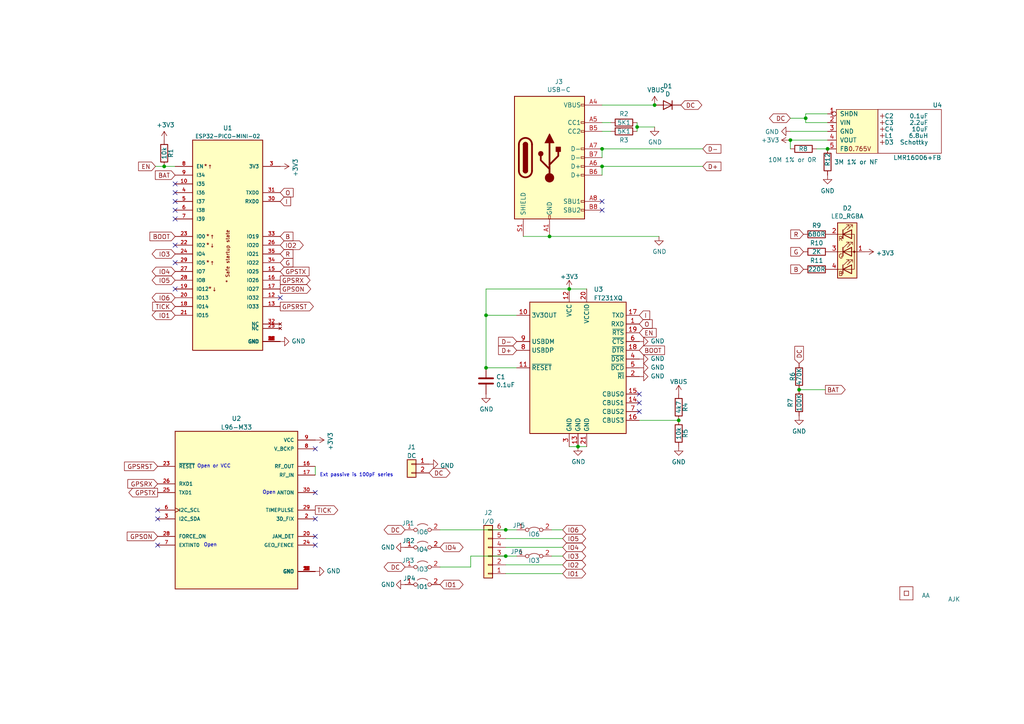
<source format=kicad_sch>
(kicad_sch (version 20211123) (generator eeschema)
  (paper "A4")
  (title_block (title "GPS / Glider control board") (date "${DATE}") (rev "1") (company "Adrian Kennard Andrews & Arnold Ltd") (comment 1 "@TheRealRevK") (comment 2 "www.me.uk"))
  (lib_symbols
    (symbol "Connector:USB_C_Receptacle_USB2.0" (pin_names (offset 1.016))
      (property "Reference" "J" (at -10.16 19.05 0))
      (property "Value" "USB_C_Receptacle_USB2.0" (at 19.05 19.05 0))
      (symbol "USB_C_Receptacle_USB2.0_0_0"
        (rectangle (start -0.254 -17.78) (end 0.254 -16.764))
        (rectangle (start 10.16 -14.986) (end 9.144 -15.494))
        (rectangle (start 10.16 -12.446) (end 9.144 -12.954))
        (rectangle (start 10.16 -4.826) (end 9.144 -5.334))
        (rectangle (start 10.16 -2.286) (end 9.144 -2.794))
        (rectangle (start 10.16 0.254) (end 9.144 -0.254))
        (rectangle (start 10.16 2.794) (end 9.144 2.286))
        (rectangle (start 10.16 7.874) (end 9.144 7.366))
        (rectangle (start 10.16 10.414) (end 9.144 9.906))
        (rectangle (start 10.16 15.494) (end 9.144 14.986))
      )
      (symbol "USB_C_Receptacle_USB2.0_0_1"
        (rectangle (start -10.16 17.78) (end 10.16 -17.78) (stroke (width 0.254)) (fill (type background)))
        (arc (start -8.89 -3.81) (mid -6.985 -5.715) (end -5.08 -3.81) (stroke (width 0.508)))
        (arc (start -7.62 -3.81) (mid -6.985 -4.445) (end -6.35 -3.81) (stroke (width 0.254)))
        (arc (start -7.62 -3.81) (mid -6.985 -4.445) (end -6.35 -3.81) (stroke (width 0.254)) (fill (type outline)))
        (rectangle (start -7.62 -3.81) (end -6.35 3.81) (stroke (width 0.254)) (fill (type outline)))
        (arc (start -6.35 3.81) (mid -6.985 4.445) (end -7.62 3.81) (stroke (width 0.254)))
        (arc (start -6.35 3.81) (mid -6.985 4.445) (end -7.62 3.81) (stroke (width 0.254)) (fill (type outline)))
        (arc (start -5.08 3.81) (mid -6.985 5.715) (end -8.89 3.81) (stroke (width 0.508)))
        (circle (center -2.54 1.143) (radius 0.635) (stroke (width 0.254)) (fill (type outline)))
        (circle (center 0 -5.842) (radius 1.27) (fill (type outline)))
        (polyline (pts (xy -8.89 -3.81) (xy -8.89 3.81)) (stroke (width 0.508)))
        (polyline (pts (xy -5.08 3.81) (xy -5.08 -3.81)) (stroke (width 0.508)))
        (polyline (pts (xy 0 -5.842) (xy 0 4.318)) (stroke (width 0.508)))
        (polyline (pts (xy 0 -3.302) (xy -2.54 -0.762) (xy -2.54 0.508)) (stroke (width 0.508)))
        (polyline (pts (xy 0 -2.032) (xy 2.54 0.508) (xy 2.54 1.778)) (stroke (width 0.508)))
        (polyline (pts (xy -1.27 4.318) (xy 0 6.858) (xy 1.27 4.318) (xy -1.27 4.318)) (stroke (width 0.254)) (fill (type outline)))
        (rectangle (start 1.905 1.778) (end 3.175 3.048) (stroke (width 0.254)) (fill (type outline)))
      )
      (symbol "USB_C_Receptacle_USB2.0_1_1"
        (pin passive line (at 0 -22.86 90) (length 5.08) (name "GND") (number "A1"))
        (pin passive line (at 0 -22.86 90) (length 5.08) hide (name "GND") (number "A12"))
        (pin passive line (at 15.24 15.24 180) (length 5.08) (name "VBUS") (number "A4"))
        (pin bidirectional line (at 15.24 10.16 180) (length 5.08) (name "CC1") (number "A5"))
        (pin bidirectional line (at 15.24 -2.54 180) (length 5.08) (name "D+") (number "A6"))
        (pin bidirectional line (at 15.24 2.54 180) (length 5.08) (name "D-") (number "A7"))
        (pin bidirectional line (at 15.24 -12.7 180) (length 5.08) (name "SBU1") (number "A8"))
        (pin passive line (at 15.24 15.24 180) (length 5.08) hide (name "VBUS") (number "A9"))
        (pin passive line (at 0 -22.86 90) (length 5.08) hide (name "GND") (number "B1"))
        (pin passive line (at 0 -22.86 90) (length 5.08) hide (name "GND") (number "B12"))
        (pin passive line (at 15.24 15.24 180) (length 5.08) hide (name "VBUS") (number "B4"))
        (pin bidirectional line (at 15.24 7.62 180) (length 5.08) (name "CC2") (number "B5"))
        (pin bidirectional line (at 15.24 -5.08 180) (length 5.08) (name "D+") (number "B6"))
        (pin bidirectional line (at 15.24 0 180) (length 5.08) (name "D-") (number "B7"))
        (pin bidirectional line (at 15.24 -15.24 180) (length 5.08) (name "SBU2") (number "B8"))
        (pin passive line (at 15.24 15.24 180) (length 5.08) hide (name "VBUS") (number "B9"))
        (pin passive line (at -7.62 -22.86 90) (length 5.08) (name "SHIELD") (number "S1"))
      )
    )
    (symbol "Connector_Generic:Conn_01x02" (pin_names (offset 1.016) hide)
      (property "Reference" "J" (at 0 2.54 0))
      (property "Value" "Conn_01x02" (at 0 -5.08 0))
      (symbol "Conn_01x02_1_1"
        (rectangle (start -1.27 -2.413) (end 0 -2.667) (stroke (width 0.1524)))
        (rectangle (start -1.27 0.127) (end 0 -0.127) (stroke (width 0.1524)))
        (rectangle (start -1.27 1.27) (end 1.27 -3.81) (stroke (width 0.254)) (fill (type background)))
        (pin passive line (at -5.08 0 0) (length 3.81) (name "Pin_1") (number "1"))
        (pin passive line (at -5.08 -2.54 0) (length 3.81) (name "Pin_2") (number "2"))
      )
    )
    (symbol "Connector_Generic:Conn_01x06" (pin_names (offset 1.016) hide)
      (property "Reference" "J" (at 0 7.62 0))
      (property "Value" "Conn_01x06" (at 0 -10.16 0))
      (symbol "Conn_01x06_1_1"
        (rectangle (start -1.27 -7.493) (end 0 -7.747) (stroke (width 0.1524)))
        (rectangle (start -1.27 -4.953) (end 0 -5.207) (stroke (width 0.1524)))
        (rectangle (start -1.27 -2.413) (end 0 -2.667) (stroke (width 0.1524)))
        (rectangle (start -1.27 0.127) (end 0 -0.127) (stroke (width 0.1524)))
        (rectangle (start -1.27 2.667) (end 0 2.413) (stroke (width 0.1524)))
        (rectangle (start -1.27 5.207) (end 0 4.953) (stroke (width 0.1524)))
        (rectangle (start -1.27 6.35) (end 1.27 -8.89) (stroke (width 0.254)) (fill (type background)))
        (pin passive line (at -5.08 5.08 0) (length 3.81) (name "Pin_1") (number "1"))
        (pin passive line (at -5.08 2.54 0) (length 3.81) (name "Pin_2") (number "2"))
        (pin passive line (at -5.08 0 0) (length 3.81) (name "Pin_3") (number "3"))
        (pin passive line (at -5.08 -2.54 0) (length 3.81) (name "Pin_4") (number "4"))
        (pin passive line (at -5.08 -5.08 0) (length 3.81) (name "Pin_5") (number "5"))
        (pin passive line (at -5.08 -7.62 0) (length 3.81) (name "Pin_6") (number "6"))
      )
    )
    (symbol "Device:C" (pin_numbers hide) (pin_names (offset 0.254))
      (property "Reference" "C" (at 0.635 2.54 0))
      (property "Value" "C" (at 0.635 -2.54 0))
      (symbol "C_0_1"
        (polyline (pts (xy -2.032 -0.762) (xy 2.032 -0.762)) (stroke (width 0.508)))
        (polyline (pts (xy -2.032 0.762) (xy 2.032 0.762)) (stroke (width 0.508)))
      )
      (symbol "C_1_1"
        (pin passive line (at 0 3.81 270) (length 2.794) (name "~") (number "1"))
        (pin passive line (at 0 -3.81 90) (length 2.794) (name "~") (number "2"))
      )
    )
    (symbol "Device:D" (pin_numbers hide) (pin_names (offset 1.016) hide)
      (property "Reference" "D" (at 0 2.54 0))
      (property "Value" "D" (at 0 -2.54 0))
      (symbol "D_0_1"
        (polyline (pts (xy -1.27 1.27) (xy -1.27 -1.27)) (stroke (width 0.254)))
        (polyline (pts (xy 1.27 0) (xy -1.27 0)))
        (polyline (pts (xy 1.27 1.27) (xy 1.27 -1.27) (xy -1.27 0) (xy 1.27 1.27)) (stroke (width 0.254)))
      )
      (symbol "D_1_1"
        (pin passive line (at -3.81 0 0) (length 2.54) (name "K") (number "1"))
        (pin passive line (at 3.81 0 180) (length 2.54) (name "A") (number "2"))
      )
    )
    (symbol "Device:LED_ARGB" (pin_names (offset 0) hide)
      (property "Reference" "D" (at 0 9.398 0))
      (property "Value" "LED_ARGB" (at 0 -8.89 0))
      (symbol "LED_ARGB_0_0"
        (text "B" (at -1.905 -6.35 0) (effects (font (size 1.27 1.27))))
        (text "G" (at -1.905 -1.27 0) (effects (font (size 1.27 1.27))))
        (text "R" (at -1.905 3.81 0) (effects (font (size 1.27 1.27))))
      )
      (symbol "LED_ARGB_0_1"
        (polyline (pts (xy -1.27 -5.08) (xy -2.54 -5.08)))
        (polyline (pts (xy -1.27 -5.08) (xy 1.27 -5.08)))
        (polyline (pts (xy -1.27 -3.81) (xy -1.27 -6.35)) (stroke (width 0.254)))
        (polyline (pts (xy -1.27 0) (xy -2.54 0)))
        (polyline (pts (xy -1.27 1.27) (xy -1.27 -1.27)) (stroke (width 0.254)))
        (polyline (pts (xy -1.27 5.08) (xy -2.54 5.08)))
        (polyline (pts (xy -1.27 5.08) (xy 1.27 5.08)))
        (polyline (pts (xy -1.27 6.35) (xy -1.27 3.81)) (stroke (width 0.254)))
        (polyline (pts (xy 1.27 0) (xy -1.27 0)))
        (polyline (pts (xy 1.27 0) (xy 2.54 0)))
        (polyline (pts (xy -1.27 1.27) (xy -1.27 -1.27) (xy -1.27 -1.27)))
        (polyline (pts (xy -1.27 6.35) (xy -1.27 3.81) (xy -1.27 3.81)))
        (polyline (pts (xy 1.27 -5.08) (xy 2.032 -5.08) (xy 2.032 5.08) (xy 1.27 5.08)))
        (polyline (pts (xy 1.27 -3.81) (xy 1.27 -6.35) (xy -1.27 -5.08) (xy 1.27 -3.81)) (stroke (width 0.254)))
        (polyline (pts (xy 1.27 1.27) (xy 1.27 -1.27) (xy -1.27 0) (xy 1.27 1.27)) (stroke (width 0.254)))
        (polyline (pts (xy 1.27 6.35) (xy 1.27 3.81) (xy -1.27 5.08) (xy 1.27 6.35)) (stroke (width 0.254)))
        (polyline (pts (xy -1.016 -3.81) (xy 0.508 -2.286) (xy -0.254 -2.286) (xy 0.508 -2.286) (xy 0.508 -3.048)))
        (polyline (pts (xy -1.016 1.27) (xy 0.508 2.794) (xy -0.254 2.794) (xy 0.508 2.794) (xy 0.508 2.032)))
        (polyline (pts (xy -1.016 6.35) (xy 0.508 7.874) (xy -0.254 7.874) (xy 0.508 7.874) (xy 0.508 7.112)))
        (polyline (pts (xy 0 -3.81) (xy 1.524 -2.286) (xy 0.762 -2.286) (xy 1.524 -2.286) (xy 1.524 -3.048)))
        (polyline (pts (xy 0 1.27) (xy 1.524 2.794) (xy 0.762 2.794) (xy 1.524 2.794) (xy 1.524 2.032)))
        (polyline (pts (xy 0 6.35) (xy 1.524 7.874) (xy 0.762 7.874) (xy 1.524 7.874) (xy 1.524 7.112)))
        (rectangle (start 1.27 -1.27) (end 1.27 1.27))
        (rectangle (start 1.27 1.27) (end 1.27 1.27))
        (rectangle (start 1.27 3.81) (end 1.27 6.35))
        (rectangle (start 1.27 6.35) (end 1.27 6.35))
        (circle (center 2.032 0) (radius 0.254) (fill (type outline)))
        (rectangle (start 2.794 8.382) (end -2.794 -7.62) (stroke (width 0.254)) (fill (type background)))
      )
      (symbol "LED_ARGB_1_1"
        (pin passive line (at 5.08 0 180) (length 2.54) (name "A") (number "1"))
        (pin passive line (at -5.08 5.08 0) (length 2.54) (name "RK") (number "2"))
        (pin passive line (at -5.08 0 0) (length 2.54) (name "GK") (number "3"))
        (pin passive line (at -5.08 -5.08 0) (length 2.54) (name "BK") (number "4"))
      )
    )
    (symbol "Device:R" (pin_numbers hide) (pin_names (offset 0))
      (property "Reference" "R" (at 2.032 0 90))
      (property "Value" "R" (at 0 0 90))
      (symbol "R_0_1"
        (rectangle (start -1.016 -2.54) (end 1.016 2.54) (stroke (width 0.254)))
      )
      (symbol "R_1_1"
        (pin passive line (at 0 3.81 270) (length 1.27) (name "~") (number "1"))
        (pin passive line (at 0 -3.81 90) (length 1.27) (name "~") (number "2"))
      )
    )
    (symbol "Jumper:Jumper_2_Bridged" (pin_names (offset 0) hide)
      (property "Reference" "JP" (at 0 1.905 0))
      (property "Value" "Jumper_2_Bridged" (at 0 -2.54 0))
      (symbol "Jumper_2_Bridged_0_0"
        (circle (center -2.032 0) (radius 0.508))
        (circle (center 2.032 0) (radius 0.508))
      )
      (symbol "Jumper_2_Bridged_0_1"
        (arc (start 1.524 0.254) (mid 0 0.762) (end -1.524 0.254))
      )
      (symbol "Jumper_2_Bridged_1_1"
        (pin passive line (at -5.08 0 0) (length 2.54) (name "A") (number "1"))
        (pin passive line (at 5.08 0 180) (length 2.54) (name "B") (number "2"))
      )
    )
    (symbol "Jumper:Jumper_2_Open" (pin_names (offset 0) hide)
      (property "Reference" "JP" (at 0 2.794 0))
      (property "Value" "Jumper_2_Open" (at 0 -2.286 0))
      (symbol "Jumper_2_Open_0_0"
        (circle (center -2.032 0) (radius 0.508))
        (circle (center 2.032 0) (radius 0.508))
      )
      (symbol "Jumper_2_Open_0_1"
        (arc (start 1.524 1.27) (mid 0 1.778) (end -1.524 1.27))
      )
      (symbol "Jumper_2_Open_1_1"
        (pin passive line (at -5.08 0 0) (length 2.54) (name "A") (number "1"))
        (pin passive line (at 5.08 0 180) (length 2.54) (name "B") (number "2"))
      )
    )
    (symbol "RevK:AA" (pin_names (offset 1.016)) (in_bom no)
      (property "Value" "AA" (at 0 0 0))
    )
    (symbol "RevK:AJK" (pin_names (offset 1.016)) (in_bom no)
      (property "Value" "AJK" (at 0 0 0))
    )
    (symbol "RevK:ESP32-PICO-MINI-02" (pin_names (offset 1.016))
      (property "Reference" "U" (at -10.16 -33.02 0))
      (property "Value" "ESP32-PICO-MINI-02" (at 0 27.94 0))
      (symbol "ESP32-PICO-MINI-02_0_0"
        (rectangle (start -10.16 -30.48) (end 10.16 30.48) (stroke (width 0.254)) (fill (type background)))
        (text "* Safe startup state" (at 0 -3.175 900) (effects (font (size 1 1))))
        (text "*↑" (at -6.985 22.86 0) (effects (font (size 1.27 1.27)) (justify left)))
        (text "*↑" (at -6.35 -5.08 0) (effects (font (size 1.27 1.27)) (justify left)))
        (text "*↑" (at -6.35 2.54 0) (effects (font (size 1.27 1.27)) (justify left)))
        (text "*↓" (at -6.35 0 0) (effects (font (size 1.27 1.27)) (justify left)))
        (text "*↓" (at -5.715 -12.7 0) (effects (font (size 1.27 1.27)) (justify left)))
        (pin power_in line (at 15.24 -27.94 180) (length 5.08) (name "GND") (number "1"))
        (pin input line (at -15.24 17.78 0) (length 5.08) (name "I35") (number "10"))
        (pin power_in line (at 15.24 -27.94 180) (length 5.08) (name "GND") (number "11"))
        (pin bidirectional line (at 15.24 -15.24 180) (length 5.08) (name "IO32") (number "12"))
        (pin bidirectional line (at 15.24 -17.78 180) (length 5.08) (name "IO33") (number "13"))
        (pin power_in line (at 15.24 -27.94 180) (length 5.08) (name "GND") (number "14"))
        (pin bidirectional line (at 15.24 -7.62 180) (length 5.08) (name "IO25") (number "15"))
        (pin bidirectional line (at 15.24 -10.16 180) (length 5.08) (name "IO26") (number "16"))
        (pin bidirectional line (at 15.24 -12.7 180) (length 5.08) (name "IO27") (number "17"))
        (pin bidirectional line (at -15.24 -17.78 0) (length 5.08) (name "IO14") (number "18"))
        (pin bidirectional line (at -15.24 -12.7 0) (length 5.08) (name "IO12") (number "19"))
        (pin power_in line (at 15.24 -27.94 180) (length 5.08) (name "GND") (number "2"))
        (pin bidirectional line (at -15.24 -15.24 0) (length 5.08) (name "IO13") (number "20"))
        (pin bidirectional line (at -15.24 -20.32 0) (length 5.08) (name "IO15") (number "21"))
        (pin bidirectional line (at -15.24 0 0) (length 5.08) (name "IO2") (number "22"))
        (pin bidirectional line (at -15.24 2.54 0) (length 5.08) (name "IO0") (number "23"))
        (pin bidirectional line (at -15.24 -2.54 0) (length 5.08) (name "IO4") (number "24"))
        (pin no_connect line (at 15.24 -24.13 180) (length 5.08) (name "NC") (number "25"))
        (pin bidirectional line (at 15.24 0 180) (length 5.08) (name "IO20") (number "26"))
        (pin bidirectional line (at -15.24 -7.62 0) (length 5.08) (name "IO7") (number "27"))
        (pin bidirectional line (at -15.24 -10.16 0) (length 5.08) (name "IO8") (number "28"))
        (pin bidirectional line (at -15.24 -5.08 0) (length 5.08) (name "IO5") (number "29"))
        (pin power_in line (at 15.24 22.86 180) (length 5.08) (name "3V3") (number "3"))
        (pin bidirectional line (at 15.24 12.7 180) (length 5.08) (name "RXD0") (number "30"))
        (pin bidirectional line (at 15.24 15.24 180) (length 5.08) (name "TXD0") (number "31"))
        (pin no_connect line (at 15.24 -22.86 180) (length 5.08) (name "NC") (number "32"))
        (pin bidirectional line (at 15.24 2.54 180) (length 5.08) (name "IO19") (number "33"))
        (pin bidirectional line (at 15.24 -5.08 180) (length 5.08) (name "IO22") (number "34"))
        (pin bidirectional line (at 15.24 -2.54 180) (length 5.08) (name "IO21") (number "35"))
        (pin power_in line (at 15.24 -27.94 180) (length 5.08) (name "GND") (number "36"))
        (pin power_in line (at 15.24 -27.94 180) (length 5.08) (name "GND") (number "37"))
        (pin power_in line (at 15.24 -27.94 180) (length 5.08) (name "GND") (number "38"))
        (pin power_in line (at 15.24 -27.94 180) (length 5.08) (name "GND") (number "39"))
        (pin input line (at -15.24 15.24 0) (length 5.08) (name "I36") (number "4"))
        (pin power_in line (at 15.24 -27.94 180) (length 5.08) (name "GND") (number "40"))
        (pin power_in line (at 15.24 -27.94 180) (length 5.08) (name "GND") (number "41"))
        (pin power_in line (at 15.24 -27.94 180) (length 5.08) (name "GND") (number "42"))
        (pin power_in line (at 15.24 -27.94 180) (length 5.08) (name "GND") (number "43"))
        (pin power_in line (at 15.24 -27.94 180) (length 5.08) (name "GND") (number "44"))
        (pin power_in line (at 15.24 -27.94 180) (length 5.08) (name "GND") (number "45"))
        (pin power_in line (at 15.24 -27.94 180) (length 5.08) (name "GND") (number "46"))
        (pin power_in line (at 15.24 -27.94 180) (length 5.08) (name "GND") (number "47"))
        (pin power_in line (at 15.24 -27.94 180) (length 5.08) (name "GND") (number "48"))
        (pin power_in line (at 15.24 -27.94 180) (length 5.08) (name "GND") (number "49"))
        (pin input line (at -15.24 12.7 0) (length 5.08) (name "I37") (number "5"))
        (pin power_in line (at 15.24 -27.94 180) (length 5.08) (name "GND") (number "50"))
        (pin power_in line (at 15.24 -27.94 180) (length 5.08) (name "GND") (number "51"))
        (pin power_in line (at 15.24 -27.94 180) (length 5.08) (name "GND") (number "52"))
        (pin power_in line (at 15.24 -27.94 180) (length 5.08) (name "GND") (number "53"))
        (pin input line (at -15.24 10.16 0) (length 5.08) (name "I38") (number "6"))
        (pin input line (at -15.24 7.62 0) (length 5.08) (name "I39") (number "7"))
        (pin input line (at -15.24 22.86 0) (length 5.08) (name "EN") (number "8"))
        (pin input line (at -15.24 20.32 0) (length 5.08) (name "I34") (number "9"))
      )
    )
    (symbol "RevK:FT231XQ"
      (property "Reference" "U" (at -13.97 20.32 0))
      (property "Value" "FT231XQ" (at 6.35 20.32 0))
      (symbol "FT231XQ_0_1"
        (rectangle (start -13.97 19.05) (end 13.97 -19.05) (stroke (width 0.254)) (fill (type background)))
      )
      (symbol "FT231XQ_1_1"
        (pin input line (at 17.78 12.7 180) (length 3.81) (name "RXD") (number "1"))
        (pin power_out line (at -17.78 15.24 0) (length 3.81) (name "3V3OUT") (number "10"))
        (pin input line (at -17.78 0 0) (length 3.81) (name "~{RESET}") (number "11"))
        (pin power_in line (at -2.54 22.86 270) (length 3.81) (name "VCC") (number "12"))
        (pin power_in line (at 0 -22.86 90) (length 3.81) (name "GND") (number "13"))
        (pin bidirectional line (at 17.78 -10.16 180) (length 3.81) (name "CBUS1") (number "14"))
        (pin bidirectional line (at 17.78 -7.62 180) (length 3.81) (name "CBUS0") (number "15"))
        (pin bidirectional line (at 17.78 -15.24 180) (length 3.81) (name "CBUS3") (number "16"))
        (pin output line (at 17.78 15.24 180) (length 3.81) (name "TXD") (number "17"))
        (pin output line (at 17.78 5.08 180) (length 3.81) (name "~{DTR}") (number "18"))
        (pin output line (at 17.78 10.16 180) (length 3.81) (name "~{RTS}") (number "19"))
        (pin input line (at 17.78 -2.54 180) (length 3.81) (name "~{RI}") (number "2"))
        (pin power_in line (at 2.54 22.86 270) (length 3.81) (name "VCCIO") (number "20"))
        (pin power_in line (at 2.54 -22.86 90) (length 3.81) (name "GND") (number "21"))
        (pin power_in line (at -2.54 -22.86 90) (length 3.81) (name "GND") (number "3"))
        (pin input line (at 17.78 2.54 180) (length 3.81) (name "~{DSR}") (number "4"))
        (pin input line (at 17.78 0 180) (length 3.81) (name "~{DCD}") (number "5"))
        (pin input line (at 17.78 7.62 180) (length 3.81) (name "~{CTS}") (number "6"))
        (pin bidirectional line (at 17.78 -12.7 180) (length 3.81) (name "CBUS2") (number "7"))
        (pin bidirectional line (at -17.78 5.08 0) (length 3.81) (name "USBDP") (number "8"))
        (pin bidirectional line (at -17.78 7.62 0) (length 3.81) (name "USBDM") (number "9"))
      )
    )
    (symbol "RevK:Hidden" (pin_names (offset 1.016))
      (property "Reference" "Z" (at 0.635 0 0))
      (property "Value" "Hidden" (at 4.445 0 0))
      (symbol "Hidden_0_1"
        (polyline (pts (xy -0.635 0) (xy 0.635 0)) (stroke (width 0.1524)))
        (polyline (pts (xy 0 0.635) (xy 0 -0.635)) (stroke (width 0.1524)))
      )
      (symbol "Hidden_1_1"
        (pin no_connect non_logic (at 0 -2.54 90) (length 2.54) hide (name "~") (number "~"))
      )
    )
    (symbol "RevK:L96-M33" (pin_names (offset 1.016))
      (property "Reference" "U" (at -17.8054 23.3934 0))
      (property "Value" "L96-M33" (at -17.8054 -25.4254 0))
      (symbol "L96-M33_0_0"
        (rectangle (start -17.78 -22.86) (end 17.78 22.86) (stroke (width 0.254)) (fill (type background)))
        (pin power_in line (at 22.86 -17.78 180) (length 5.08) (name "GND") (number "10"))
        (pin power_in line (at 22.86 -17.78 180) (length 5.08) (name "GND") (number "11"))
        (pin power_in line (at 22.86 -17.78 180) (length 5.08) (name "GND") (number "12"))
        (pin power_in line (at 22.86 -17.78 180) (length 5.08) (name "GND") (number "13"))
        (pin power_in line (at 22.86 -17.78 180) (length 5.08) (name "GND") (number "14"))
        (pin power_in line (at 22.86 -17.78 180) (length 5.08) (name "GND") (number "15"))
        (pin output line (at 22.86 12.7 180) (length 5.08) (name "RF_OUT") (number "16"))
        (pin input line (at 22.86 10.16 180) (length 5.08) (name "RF_IN") (number "17"))
        (pin power_in line (at 22.86 -17.78 180) (length 5.08) (name "GND") (number "18"))
        (pin power_in line (at 22.86 -17.78 180) (length 5.08) (name "GND") (number "19"))
        (pin output line (at 22.86 -2.54 180) (length 5.08) (name "3D_FIX") (number "2"))
        (pin output line (at 22.86 -7.62 180) (length 5.08) (name "JAM_DET") (number "20"))
        (pin power_in line (at 22.86 -17.78 180) (length 5.08) (name "GND") (number "21"))
        (pin power_in line (at 22.86 -17.78 180) (length 5.08) (name "GND") (number "22"))
        (pin input line (at -22.86 12.7 0) (length 5.08) (name "~{RESET}") (number "23"))
        (pin output line (at 22.86 -10.16 180) (length 5.08) (name "GEO_FENCE") (number "24"))
        (pin output line (at -22.86 5.08 0) (length 5.08) (name "TXD1") (number "25"))
        (pin input line (at -22.86 7.62 0) (length 5.08) (name "RXD1") (number "26"))
        (pin power_in line (at 22.86 -17.78 180) (length 5.08) (name "GND") (number "27"))
        (pin input line (at -22.86 -7.62 0) (length 5.08) (name "FORCE_ON") (number "28"))
        (pin output line (at 22.86 0 180) (length 5.08) (name "TIMEPULSE") (number "29"))
        (pin bidirectional line (at -22.86 -2.54 0) (length 5.08) (name "I2C_SDA") (number "3"))
        (pin output line (at 22.86 5.08 180) (length 5.08) (name "ANTON") (number "30"))
        (pin power_in line (at 22.86 -17.78 180) (length 5.08) (name "GND") (number "31"))
        (pin power_in line (at 22.86 -17.78 180) (length 5.08) (name "GND") (number "4"))
        (pin power_in line (at 22.86 -17.78 180) (length 5.08) (name "GND") (number "5"))
        (pin bidirectional clock (at -22.86 0 0) (length 5.08) (name "I2C_SCL") (number "6"))
        (pin input line (at -22.86 -10.16 0) (length 5.08) (name "EXTINT0") (number "7"))
        (pin power_in line (at 22.86 17.78 180) (length 5.08) (name "V_BCKP") (number "8"))
        (pin power_in line (at 22.86 20.32 180) (length 5.08) (name "VCC") (number "9"))
      )
    )
    (symbol "RevK:LMR16006+FB" (pin_names (offset 1.016))
      (property "Reference" "U" (at 11.43 2.54 0))
      (property "Value" "LMR16006+FB" (at 7.62 -12.7 0))
      (symbol "LMR16006+FB_0_0"
        (rectangle (start 2.54 1.27) (end 14.605 -11.43) (fill (type background)))
        (text "0.765V" (at 12.7 -10.16 0) (effects (font (size 1.27 1.27)) (justify right)))
      )
      (symbol "LMR16006+FB_0_1"
        (rectangle (start 14.605 1.27) (end 33.02 -11.43))
      )
      (symbol "LMR16006+FB_1_1"
        (pin input inverted (at 0 0 0) (length 2.54) (name "SHDN") (number "1"))
        (pin power_in line (at 0 -2.54 0) (length 2.54) (name "VIN") (number "2"))
        (pin power_in line (at 0 -5.08 0) (length 2.54) (name "GND") (number "3"))
        (pin power_out line (at 0 -7.62 0) (length 2.54) (name "VOUT") (number "4"))
        (pin passive line (at 0 -10.16 0) (length 2.54) (name "FB") (number "5"))
      )
    )
    (symbol "RevK:QR" (pin_names (offset 1.016)) (in_bom no)
      (symbol "QR_0_1"
        (rectangle (start -1.905 -1.905) (end -1.905 1.905))
        (rectangle (start -1.905 1.905) (end 1.905 1.905))
        (rectangle (start -0.635 -0.635) (end -0.635 0.635))
        (rectangle (start -0.635 0.635) (end 0.635 0.635))
        (rectangle (start 0.635 -0.635) (end -0.635 -0.635))
        (rectangle (start 0.635 0.635) (end 0.635 -0.635))
        (rectangle (start 1.905 -1.905) (end -1.905 -1.905))
        (rectangle (start 1.905 1.905) (end 1.905 -1.905))
      )
    )
    (symbol "power:+3.3V" (power) (pin_names (offset 0))
      (property "Value" "+3.3V" (at 0 3.556 0))
      (symbol "+3.3V_0_1"
        (polyline (pts (xy -0.762 1.27) (xy 0 2.54)))
        (polyline (pts (xy 0 0) (xy 0 2.54)))
        (polyline (pts (xy 0 2.54) (xy 0.762 1.27)))
      )
      (symbol "+3.3V_1_1"
        (pin power_in line (at 0 0 90) (length 0) hide (name "+3V3") (number "1"))
      )
    )
    (symbol "power:GND" (power) (pin_names (offset 0))
      (property "Value" "GND" (at 0 -3.81 0))
      (symbol "GND_0_1"
        (polyline (pts (xy 0 0) (xy 0 -1.27) (xy 1.27 -1.27) (xy 0 -2.54) (xy -1.27 -1.27) (xy 0 -1.27)))
      )
      (symbol "GND_1_1"
        (pin power_in line (at 0 0 270) (length 0) hide (name "GND") (number "1"))
      )
    )
    (symbol "power:VBUS" (power) (pin_names (offset 0))
      (property "Value" "VBUS" (at 0 3.81 0))
      (symbol "VBUS_0_1"
        (polyline (pts (xy -0.762 1.27) (xy 0 2.54)))
        (polyline (pts (xy 0 0) (xy 0 2.54)))
        (polyline (pts (xy 0 2.54) (xy 0.762 1.27)))
      )
      (symbol "VBUS_1_1"
        (pin power_in line (at 0 0 90) (length 0) hide (name "VBUS") (number "1"))
      )
    )
  )
  (junction (at 184.785 36.83))
  (junction (at 231.775 113.03))
  (junction (at 146.685 153.67))
  (junction (at 196.85 121.92))
  (junction (at 229.235 40.64))
  (junction (at 47.625 48.26))
  (junction (at 167.64 129.54))
  (junction (at 240.03 43.18))
  (junction (at 174.625 43.18))
  (junction (at 140.97 106.68))
  (junction (at 174.625 48.26))
  (junction (at 189.865 30.48))
  (junction (at 159.385 68.58))
  (junction (at 146.685 161.29))
  (junction (at 233.68 34.29))
  (junction (at 140.97 91.44))
  (junction (at 165.1 83.82))
  (no_connect (at 91.44 142.875))
  (no_connect (at 91.44 150.495))
  (no_connect (at 91.44 130.175))
  (no_connect (at 185.42 116.84))
  (no_connect (at 174.625 58.42))
  (no_connect (at 185.42 119.38))
  (no_connect (at 50.8 83.82))
  (no_connect (at 81.28 86.36))
  (no_connect (at 174.625 60.96))
  (no_connect (at 50.8 53.34))
  (no_connect (at 50.8 55.88))
  (no_connect (at 50.8 58.42))
  (no_connect (at 50.8 60.96))
  (no_connect (at 50.8 63.5))
  (no_connect (at 50.8 71.12))
  (no_connect (at 50.8 76.2))
  (no_connect (at 185.42 114.3))
  (no_connect (at 45.72 147.955))
  (no_connect (at 45.72 150.495))
  (no_connect (at 45.72 158.115))
  (no_connect (at 91.44 155.575))
  (no_connect (at 91.44 158.115))
  (wire (pts (xy 233.68 34.29) (xy 233.68 35.56)))
  (wire (pts (xy 140.97 91.44) (xy 149.86 91.44)))
  (wire (pts (xy 45.085 48.26) (xy 47.625 48.26)))
  (wire (pts (xy 229.235 40.64) (xy 229.235 43.18)))
  (wire (pts (xy 165.1 129.54) (xy 167.64 129.54)))
  (wire (pts (xy 231.775 113.03) (xy 239.395 113.03)))
  (wire (pts (xy 229.235 40.64) (xy 240.03 40.64)))
  (wire (pts (xy 174.625 48.26) (xy 203.835 48.26)))
  (wire (pts (xy 146.685 153.67) (xy 149.86 153.67)))
  (wire (pts (xy 146.685 163.83) (xy 163.195 163.83)))
  (wire (pts (xy 140.97 83.82) (xy 140.97 91.44)))
  (wire (pts (xy 184.785 36.83) (xy 184.785 38.1)))
  (wire (pts (xy 189.865 36.83) (xy 184.785 36.83)))
  (wire (pts (xy 159.385 68.58) (xy 191.135 68.58)))
  (wire (pts (xy 185.42 121.92) (xy 196.85 121.92)))
  (wire (pts (xy 174.625 43.18) (xy 203.835 43.18)))
  (wire (pts (xy 174.625 50.8) (xy 174.625 48.26)))
  (wire (pts (xy 149.86 106.68) (xy 140.97 106.68)))
  (wire (pts (xy 174.625 30.48) (xy 189.865 30.48)))
  (wire (pts (xy 174.625 35.56) (xy 177.165 35.56)))
  (wire (pts (xy 184.785 35.56) (xy 184.785 36.83)))
  (wire (pts (xy 146.685 161.29) (xy 149.86 161.29)))
  (wire (pts (xy 47.625 48.26) (xy 50.8 48.26)))
  (wire (pts (xy 127.635 164.465) (xy 136.525 164.465)))
  (wire (pts (xy 146.685 166.37) (xy 163.195 166.37)))
  (wire (pts (xy 236.855 43.18) (xy 240.03 43.18)))
  (wire (pts (xy 229.235 38.1) (xy 240.03 38.1)))
  (wire (pts (xy 140.97 106.68) (xy 140.97 91.44)))
  (wire (pts (xy 229.235 34.29) (xy 233.68 34.29)))
  (wire (pts (xy 174.625 45.72) (xy 174.625 43.18)))
  (wire (pts (xy 146.685 158.75) (xy 163.195 158.75)))
  (wire (pts (xy 233.68 33.02) (xy 240.03 33.02)))
  (wire (pts (xy 167.64 129.54) (xy 170.18 129.54)))
  (wire (pts (xy 165.1 83.82) (xy 170.18 83.82)))
  (wire (pts (xy 136.525 164.465) (xy 136.525 161.29)))
  (wire (pts (xy 91.44 135.255) (xy 91.44 137.795)))
  (wire (pts (xy 160.02 161.29) (xy 163.195 161.29)))
  (wire (pts (xy 233.68 33.02) (xy 233.68 34.29)))
  (wire (pts (xy 174.625 38.1) (xy 177.165 38.1)))
  (wire (pts (xy 151.765 68.58) (xy 159.385 68.58)))
  (wire (pts (xy 233.68 35.56) (xy 240.03 35.56)))
  (wire (pts (xy 140.97 83.82) (xy 165.1 83.82)))
  (wire (pts (xy 146.685 156.21) (xy 163.195 156.21)))
  (wire (pts (xy 136.525 161.29) (xy 146.685 161.29)))
  (wire (pts (xy 127.635 153.67) (xy 146.685 153.67)))
  (wire (pts (xy 160.02 153.67) (xy 163.195 153.67)))
  (text "Open" (at 59.055 158.75 0) (effects (font (size 1 1)) (justify left bottom)))
  (text "Ext passive is 100pF series" (at 92.71 138.43 0) (effects (font (size 1 1)) (justify left bottom)))
  (text "Open or VCC" (at 57.15 135.89 0) (effects (font (size 1 1)) (justify left bottom)))
  (text "Open" (at 80.01 143.51 180) (effects (font (size 1 1)) (justify right bottom)))
  (global_label "BAT" (shape output) (at 239.395 113.03 0) (property "Intersheet References" "${INTERSHEET_REFS}" (effects hide)))
  (global_label "I" (shape input) (at 81.28 58.42 0) (property "Intersheet References" "${INTERSHEET_REFS}" (effects hide)))
  (global_label "O" (shape input) (at 185.42 93.98 0) (property "Intersheet References" "${INTERSHEET_REFS}" (effects hide)))
  (global_label "IO1" (shape bidirectional) (at 127.635 169.545 0) (property "Intersheet References" "${INTERSHEET_REFS}" (effects hide)))
  (global_label "IO4" (shape bidirectional) (at 50.8 78.74 180) (property "Intersheet References" "${INTERSHEET_REFS}" (effects hide)))
  (global_label "IO6" (shape bidirectional) (at 163.195 153.67 0) (property "Intersheet References" "${INTERSHEET_REFS}" (effects hide)))
  (global_label "EN" (shape input) (at 45.085 48.26 180) (property "Intersheet References" "${INTERSHEET_REFS}" (effects hide)))
  (global_label "BOOT" (shape input) (at 50.8 68.58 180) (property "Intersheet References" "${INTERSHEET_REFS}" (effects hide)))
  (global_label "IO1" (shape bidirectional) (at 163.195 166.37 0) (property "Intersheet References" "${INTERSHEET_REFS}" (effects hide)))
  (global_label "IO3" (shape bidirectional) (at 163.195 161.29 0) (property "Intersheet References" "${INTERSHEET_REFS}" (effects hide)))
  (global_label "R" (shape input) (at 233.045 67.945 180) (property "Intersheet References" "${INTERSHEET_REFS}" (effects hide)))
  (global_label "IO5" (shape bidirectional) (at 163.195 156.21 0) (property "Intersheet References" "${INTERSHEET_REFS}" (effects hide)))
  (global_label "TICK" (shape output) (at 91.44 147.955 0) (property "Intersheet References" "${INTERSHEET_REFS}" (effects hide)))
  (global_label "R" (shape input) (at 81.28 73.66 0) (property "Intersheet References" "${INTERSHEET_REFS}" (effects hide)))
  (global_label "DC" (shape bidirectional) (at 229.235 34.29 180) (property "Intersheet References" "${INTERSHEET_REFS}" (effects hide)))
  (global_label "I" (shape input) (at 185.42 91.44 0) (property "Intersheet References" "${INTERSHEET_REFS}" (effects hide)))
  (global_label "DC" (shape bidirectional) (at 197.485 30.48 0) (property "Intersheet References" "${INTERSHEET_REFS}" (effects hide)))
  (global_label "DC" (shape bidirectional) (at 124.46 137.16 0) (property "Intersheet References" "${INTERSHEET_REFS}" (effects hide)))
  (global_label "IO1" (shape bidirectional) (at 50.8 91.44 180) (property "Intersheet References" "${INTERSHEET_REFS}" (effects hide)))
  (global_label "EN" (shape input) (at 185.42 96.52 0) (property "Intersheet References" "${INTERSHEET_REFS}" (effects hide)))
  (global_label "IO4" (shape bidirectional) (at 127.635 158.75 0) (property "Intersheet References" "${INTERSHEET_REFS}" (effects hide)))
  (global_label "GPSON" (shape input) (at 45.72 155.575 180) (property "Intersheet References" "${INTERSHEET_REFS}" (effects hide)))
  (global_label "B" (shape input) (at 233.045 78.105 180) (property "Intersheet References" "${INTERSHEET_REFS}" (effects hide)))
  (global_label "BAT" (shape input) (at 50.8 50.8 180) (property "Intersheet References" "${INTERSHEET_REFS}" (effects hide)))
  (global_label "IO2" (shape bidirectional) (at 81.28 71.12 0) (property "Intersheet References" "${INTERSHEET_REFS}" (effects hide)))
  (global_label "IO3" (shape bidirectional) (at 50.8 73.66 180) (property "Intersheet References" "${INTERSHEET_REFS}" (effects hide)))
  (global_label "DC" (shape input) (at 231.775 105.41 90) (property "Intersheet References" "${INTERSHEET_REFS}" (effects hide)))
  (global_label "GPSRST" (shape output) (at 81.28 88.9 0) (property "Intersheet References" "${INTERSHEET_REFS}" (effects hide)))
  (global_label "BOOT" (shape input) (at 185.42 101.6 0) (property "Intersheet References" "${INTERSHEET_REFS}" (effects hide)))
  (global_label "TICK" (shape input) (at 50.8 88.9 180) (property "Intersheet References" "${INTERSHEET_REFS}" (effects hide)))
  (global_label "O" (shape input) (at 81.28 55.88 0) (property "Intersheet References" "${INTERSHEET_REFS}" (effects hide)))
  (global_label "GPSRX" (shape input) (at 45.72 140.335 180) (property "Intersheet References" "${INTERSHEET_REFS}" (effects hide)))
  (global_label "D-" (shape input) (at 203.835 43.18 0) (property "Intersheet References" "${INTERSHEET_REFS}" (effects hide)))
  (global_label "D-" (shape input) (at 149.86 99.06 180) (property "Intersheet References" "${INTERSHEET_REFS}" (effects hide)))
  (global_label "G" (shape input) (at 233.045 73.025 180) (property "Intersheet References" "${INTERSHEET_REFS}" (effects hide)))
  (global_label "IO5" (shape bidirectional) (at 50.8 81.28 180) (property "Intersheet References" "${INTERSHEET_REFS}" (effects hide)))
  (global_label "GPSRST" (shape input) (at 45.72 135.255 180) (property "Intersheet References" "${INTERSHEET_REFS}" (effects hide)))
  (global_label "IO2" (shape bidirectional) (at 163.195 163.83 0) (property "Intersheet References" "${INTERSHEET_REFS}" (effects hide)))
  (global_label "GPSTX" (shape input) (at 81.28 78.74 0) (property "Intersheet References" "${INTERSHEET_REFS}" (effects hide)))
  (global_label "IO4" (shape bidirectional) (at 163.195 158.75 0) (property "Intersheet References" "${INTERSHEET_REFS}" (effects hide)))
  (global_label "G" (shape input) (at 81.28 76.2 0) (property "Intersheet References" "${INTERSHEET_REFS}" (effects hide)))
  (global_label "GPSON" (shape output) (at 81.28 83.82 0) (property "Intersheet References" "${INTERSHEET_REFS}" (effects hide)))
  (global_label "DC" (shape bidirectional) (at 117.475 164.465 180) (property "Intersheet References" "${INTERSHEET_REFS}" (effects hide)))
  (global_label "B" (shape input) (at 81.28 68.58 0) (property "Intersheet References" "${INTERSHEET_REFS}" (effects hide)))
  (global_label "D+" (shape input) (at 149.86 101.6 180) (property "Intersheet References" "${INTERSHEET_REFS}" (effects hide)))
  (global_label "GPSTX" (shape output) (at 45.72 142.875 180) (property "Intersheet References" "${INTERSHEET_REFS}" (effects hide)))
  (global_label "DC" (shape bidirectional) (at 117.475 153.67 180) (property "Intersheet References" "${INTERSHEET_REFS}" (effects hide)))
  (global_label "IO6" (shape bidirectional) (at 50.8 86.36 180) (property "Intersheet References" "${INTERSHEET_REFS}" (effects hide)))
  (global_label "GPSRX" (shape output) (at 81.28 81.28 0) (property "Intersheet References" "${INTERSHEET_REFS}" (effects hide)))
  (global_label "D+" (shape input) (at 203.835 48.26 0) (property "Intersheet References" "${INTERSHEET_REFS}" (effects hide)))
  (symbol (lib_id "power:+3.3V") (at 250.825 73.025 270) (unit 1)
    (property "Reference" "#PWR025" (effects hide))
    (property "Value" "+3.3V" (at 254.0762 73.406 90) (effects (justify left)))
  )
  (symbol (lib_id "power:GND") (at 167.64 129.54 0) (unit 1)
    (property "Reference" "#PWR011" (effects hide))
    (property "Value" "GND" (at 167.767 133.9342 0))
  )
  (symbol (lib_id "power:GND") (at 185.42 99.06 90) (unit 1)
    (property "Reference" "#PWR012" (effects hide))
    (property "Value" "GND" (at 188.6712 98.933 90) (effects (justify right)))
  )
  (symbol (lib_id "Device:C") (at 140.97 110.49 0) (unit 1)
    (property "Reference" "C1" (at 143.891 109.3216 0) (effects (justify left)))
    (property "Value" "0.1uF" (at 143.891 111.633 0) (effects (justify left)))
    (property "Footprint" "RevK:C_0603" (effects hide))
  )
  (symbol (lib_id "RevK:AA") (at 266.7 172.72 0) (unit 1) (in_bom no)
    (property "Reference" "Logo1" (effects hide))
    (property "Value" "AA" (at 267.335 172.72 0) (effects (justify left)))
    (property "Footprint" "RevK:AA" (effects hide))
    (property "Note" "Non part, PCB printed" (effects hide))
  )
  (symbol (lib_id "Connector:USB_C_Receptacle_USB2.0") (at 159.385 45.72 0) (unit 1)
    (property "Reference" "J3" (at 162.1028 23.6982 0))
    (property "Value" "USB-C" (at 162.1028 26.0096 0))
    (property "Footprint" "RevK:USC16-TR-Round" (effects hide))
    (property "Datasheet" "https://www.usb.org/sites/default/files/documents/usb_type-c.zip" (effects hide))
  )
  (symbol (lib_id "Device:R") (at 180.975 35.56 90) (unit 1)
    (property "Reference" "R2" (at 180.975 33.02 90))
    (property "Value" "5K1" (at 180.975 35.56 90))
    (property "Footprint" "RevK:R_0603" (effects hide))
  )
  (symbol (lib_id "power:VBUS") (at 189.865 30.48 0) (unit 1)
    (property "Reference" "#PWR016" (effects hide))
    (property "Value" "VBUS" (at 190.246 26.0858 0))
  )
  (symbol (lib_id "power:+3.3V") (at 81.28 48.26 270) (unit 1)
    (property "Reference" "#PWR02" (effects hide))
    (property "Value" "+3.3V" (at 85.6742 48.641 0))
  )
  (symbol (lib_id "power:GND") (at 189.865 36.83 0) (unit 1)
    (property "Reference" "#PWR017" (effects hide))
    (property "Value" "GND" (at 189.992 41.2242 0))
  )
  (symbol (lib_id "Device:LED_ARGB") (at 245.745 73.025 0) (unit 1)
    (property "Reference" "D2" (at 245.745 60.4012 0))
    (property "Value" "LED_RGBA" (at 245.745 62.7126 0))
    (property "Footprint" "RevK:LED-RGB-1.6x1.6" (effects hide))
  )
  (symbol (lib_id "Device:R") (at 236.855 73.025 270) (unit 1)
    (property "Reference" "R10" (at 236.855 70.485 90))
    (property "Value" "2K" (at 236.855 73.025 90))
    (property "Footprint" "RevK:R_0603" (effects hide))
  )
  (symbol (lib_id "Device:R") (at 236.855 67.945 270) (unit 1)
    (property "Reference" "R9" (at 236.855 65.405 90))
    (property "Value" "680R" (at 236.855 67.945 90))
    (property "Footprint" "RevK:R_0603" (effects hide))
  )
  (symbol (lib_id "power:GND") (at 191.135 68.58 0) (unit 1)
    (property "Reference" "#PWR018" (effects hide))
    (property "Value" "GND" (at 191.262 72.9742 0))
  )
  (symbol (lib_id "Device:R") (at 180.975 38.1 270) (unit 1)
    (property "Reference" "R3" (at 180.975 40.64 90))
    (property "Value" "5K1" (at 180.975 38.1 90))
    (property "Footprint" "RevK:R_0603" (effects hide))
  )
  (symbol (lib_id "Device:R") (at 236.855 78.105 270) (unit 1)
    (property "Reference" "R11" (at 236.855 75.565 90))
    (property "Value" "220R" (at 236.855 78.105 90))
    (property "Footprint" "RevK:R_0603" (effects hide))
  )
  (symbol (lib_id "power:GND") (at 185.42 104.14 90) (unit 1)
    (property "Reference" "#PWR013" (effects hide))
    (property "Value" "GND" (at 188.6712 104.013 90) (effects (justify right)))
  )
  (symbol (lib_id "power:GND") (at 185.42 106.68 90) (unit 1)
    (property "Reference" "#PWR014" (effects hide))
    (property "Value" "GND" (at 188.6712 106.553 90) (effects (justify right)))
  )
  (symbol (lib_id "power:GND") (at 185.42 109.22 90) (unit 1)
    (property "Reference" "#PWR015" (effects hide))
    (property "Value" "GND" (at 188.6712 109.093 90) (effects (justify right)))
  )
  (symbol (lib_id "Device:D") (at 193.675 30.48 180) (unit 1)
    (property "Reference" "D1" (at 193.675 24.9682 0))
    (property "Value" "D" (at 193.675 27.2796 0))
    (property "Footprint" "Diode_SMD:D_1206_3216Metric" (effects hide))
  )
  (symbol (lib_id "power:GND") (at 140.97 114.3 0) (unit 1)
    (property "Reference" "#PWR09" (effects hide))
    (property "Value" "GND" (at 141.097 118.6942 0))
  )
  (symbol (lib_id "power:GND") (at 81.28 99.06 90) (unit 1)
    (property "Reference" "#PWR03" (effects hide))
    (property "Value" "GND" (at 84.5312 98.933 90) (effects (justify right)))
  )
  (symbol (lib_id "RevK:Hidden") (at 255.905 33.655 0) (unit 1)
    (property "Reference" "C2" (at 256.54 33.655 0) (effects (justify left)))
    (property "Value" "0.1uF" (at 269.24 33.655 0) (effects (justify right)))
    (property "Footprint" "RevK:Hidden" (effects hide))
  )
  (symbol (lib_id "RevK:Hidden") (at 255.905 35.56 0) (unit 1)
    (property "Reference" "C3" (at 256.54 35.56 0) (effects (justify left)))
    (property "Value" "2.2uF" (at 269.24 35.56 0) (effects (justify right)))
    (property "Footprint" "RevK:Hidden" (effects hide))
    (property "Note" "0805" (effects hide))
  )
  (symbol (lib_id "RevK:Hidden") (at 255.905 37.465 0) (unit 1)
    (property "Reference" "C4" (at 256.54 37.465 0) (effects (justify left)))
    (property "Value" "10uF" (at 269.24 37.465 0) (effects (justify right)))
    (property "Footprint" "RevK:Hidden" (effects hide))
    (property "Note" "1206" (effects hide))
  )
  (symbol (lib_id "RevK:Hidden") (at 255.905 39.37 0) (unit 1)
    (property "Reference" "L1" (at 256.54 39.37 0) (effects (justify left)))
    (property "Value" "6.8uH" (at 269.24 39.37 0) (effects (justify right)))
    (property "Footprint" "RevK:Hidden" (effects hide))
    (property "Datasheet" "https://www.mouser.co.uk/datasheet/2/987/Laird_Performance_TYA4020_series__Rev_A_-1877538.pdf" (effects hide))
    (property "Manufacturer" "Laird" (effects hide))
    (property "Part No" "TYA4020" (effects hide))
  )
  (symbol (lib_id "RevK:Hidden") (at 255.905 41.275 0) (unit 1)
    (property "Reference" "D3" (at 256.54 41.275 0) (effects (justify left)))
    (property "Value" "Schottky" (at 269.24 41.275 0) (effects (justify right)))
    (property "Footprint" "RevK:Hidden" (effects hide))
    (property "Datasheet" "https://www.mouser.co.uk/datasheet/2/54/CD1206-B220_B2100-777245.pdf" (effects hide))
    (property "Manufacturer" "Bourns" (effects hide))
    (property "Part No" "CD1206-B2100" (effects hide))
  )
  (symbol (lib_id "Jumper:Jumper_2_Open") (at 122.555 153.67 0) (unit 1) (in_bom no)
    (property "Reference" "JP1" (at 118.364 151.765 0))
    (property "Value" "IO6" (at 122.555 154.305 0))
    (property "Footprint" "RevK:Pad_1206_0805_Open" (effects hide))
  )
  (symbol (lib_id "power:GND") (at 231.775 120.65 0) (unit 1)
    (property "Reference" "#PWR023" (effects hide))
    (property "Value" "GND" (at 231.775 125.0934 0))
  )
  (symbol (lib_id "Device:R") (at 233.045 43.18 90) (unit 1)
    (property "Reference" "R8" (at 234.315 43.18 90) (effects (justify left)))
    (property "Value" "10M 1% or 0R" (at 236.855 46.355 90) (effects (justify left)))
    (property "Footprint" "RevK:R_0603" (effects hide))
  )
  (symbol (lib_id "Jumper:Jumper_2_Open") (at 122.555 158.75 0) (unit 1) (in_bom no)
    (property "Reference" "JP2" (at 118.491 156.845 0))
    (property "Value" "IO4" (at 122.555 159.385 0))
    (property "Footprint" "RevK:Pad_1206_0805_Open" (effects hide))
  )
  (symbol (lib_id "RevK:LMR16006+FB") (at 240.03 33.02 0) (unit 1)
    (property "Reference" "U4" (at 270.51 30.48 0) (effects (justify left)))
    (property "Value" "LMR16006+FB" (at 259.08 45.72 0) (effects (justify left)))
    (property "Footprint" "RevK:RegulatorBlockFB" (effects hide))
    (property "Manufacturer" "TI" (effects hide))
    (property "Part No" "LMR16006YQ3" (effects hide))
  )
  (symbol (lib_id "power:+3.3V") (at 91.44 127.635 270) (unit 1)
    (property "Reference" "#PWR04" (effects hide))
    (property "Value" "+3.3V" (at 95.8342 128.016 0))
  )
  (symbol (lib_id "power:GND") (at 117.475 169.545 270) (unit 1)
    (property "Reference" "#PWR07" (effects hide))
    (property "Value" "GND" (at 110.49 169.545 90) (effects (justify left)))
  )
  (symbol (lib_id "Device:R") (at 231.775 116.84 180) (unit 1)
    (property "Reference" "R7" (at 229.235 116.84 90))
    (property "Value" "100K" (at 231.775 116.84 90))
    (property "Footprint" "RevK:R_0603" (effects hide))
  )
  (symbol (lib_id "power:GND") (at 240.03 50.8 0) (unit 1)
    (property "Reference" "#PWR024" (effects hide))
    (property "Value" "GND" (at 240.03 55.3625 0))
  )
  (symbol (lib_id "Device:R") (at 196.85 118.11 0) (unit 1)
    (property "Reference" "R4" (at 198.755 118.11 90))
    (property "Value" "4k7" (at 196.85 118.11 90))
    (property "Footprint" "RevK:R_0603" (effects hide))
  )
  (symbol (lib_id "Device:R") (at 196.85 125.73 0) (unit 1)
    (property "Reference" "R5" (at 198.755 125.73 90))
    (property "Value" "10k" (at 196.85 125.73 90))
    (property "Footprint" "RevK:R_0603" (effects hide))
  )
  (symbol (lib_id "Device:R") (at 231.775 109.22 180) (unit 1)
    (property "Reference" "R6" (at 229.87 109.22 90))
    (property "Value" "470K" (at 231.775 109.22 90))
    (property "Footprint" "RevK:R_0603" (effects hide))
  )
  (symbol (lib_id "power:+3.3V") (at 47.625 40.64 0) (unit 1)
    (property "Reference" "#PWR01" (effects hide))
    (property "Value" "+3.3V" (at 48.006 36.2458 0))
  )
  (symbol (lib_id "power:GND") (at 229.235 38.1 270) (unit 1)
    (property "Reference" "#PWR021" (effects hide))
    (property "Value" "GND" (at 225.9838 38.227 90) (effects (justify right)))
  )
  (symbol (lib_id "power:VBUS") (at 196.85 114.3 0) (unit 1)
    (property "Reference" "#PWR019" (effects hide))
    (property "Value" "VBUS" (at 196.85 110.7242 0))
  )
  (symbol (lib_id "power:+3.3V") (at 229.235 40.64 90) (unit 1)
    (property "Reference" "#PWR022" (effects hide))
    (property "Value" "+3.3V" (at 226.06 40.64 90) (effects (justify left)))
  )
  (symbol (lib_id "RevK:L96-M33") (at 68.58 147.955 0) (unit 1)
    (property "Reference" "U2" (at 68.58 121.3952 0))
    (property "Value" "L96-M33" (at 68.58 123.9321 0))
    (property "Footprint" "RevK:L96-M33" (effects hide))
    (property "AVAILABILITY" "Unavailable" (effects hide))
    (property "PRICE" "None" (effects hide))
    (property "DESCRIPTION" "L96 is a concurrent multi-GNSS receiver module with embedded chip antenna. With 33 tracking channels, 99 acquisition channels and 210 PRN channels, L96 supports concurrent reception of up to three GNSS systems _GPS+GLONASS+Galileo_" (effects hide))
    (property "MP" "L96" (effects hide))
    (property "MF" "Quectel Wireless Solutions Co., Ltd" (effects hide))
    (property "PACKAGE" "SOIC-8 Quectel Wireless Solutions Co., Ltd" (effects hide))
  )
  (symbol (lib_id "power:+3.3V") (at 165.1 83.82 0) (unit 1)
    (property "Reference" "#PWR010" (effects hide))
    (property "Value" "+3.3V" (at 165.1 80.2442 0))
  )
  (symbol (lib_id "Connector_Generic:Conn_01x02") (at 119.38 134.62 0) (mirror y) (unit 1)
    (property "Reference" "J1" (at 119.38 129.6502 0))
    (property "Value" "DC" (at 119.38 132.1871 0))
    (property "Footprint" "RevK:Molex_MiniSPOX_H2RA" (effects hide))
  )
  (symbol (lib_id "Jumper:Jumper_2_Open") (at 122.555 164.465 0) (unit 1) (in_bom no)
    (property "Reference" "JP3" (at 118.364 162.56 0))
    (property "Value" "IO3" (at 122.555 165.1 0))
    (property "Footprint" "RevK:Pad_1206_0805_Open" (effects hide))
  )
  (symbol (lib_id "RevK:AJK") (at 274.32 173.355 0) (unit 1) (in_bom no)
    (property "Reference" "Logo2" (effects hide))
    (property "Value" "AJK" (at 274.955 173.7888 0) (effects (justify left)))
    (property "Footprint" "RevK:AJK" (effects hide))
    (property "Note" "Non part, PCB printed" (effects hide))
  )
  (symbol (lib_id "Jumper:Jumper_2_Open") (at 122.555 169.545 0) (unit 1) (in_bom no)
    (property "Reference" "JP4" (at 118.745 167.767 0))
    (property "Value" "IO1" (at 122.555 170.18 0))
    (property "Footprint" "RevK:Pad_1206_0805_Open" (effects hide))
  )
  (symbol (lib_id "Jumper:Jumper_2_Bridged") (at 154.94 161.29 0) (unit 1) (in_bom no)
    (property "Reference" "JP6" (at 149.86 160.02 0))
    (property "Value" "IO3" (at 154.94 162.56 0))
    (property "Footprint" "RevK:Pad_1206_0805_Bridged" (effects hide))
  )
  (symbol (lib_id "Jumper:Jumper_2_Bridged") (at 154.94 153.67 0) (unit 1) (in_bom no)
    (property "Reference" "JP5" (at 150.495 152.4 0))
    (property "Value" "IO6" (at 154.94 154.94 0))
    (property "Footprint" "RevK:Pad_1206_0805_Bridged" (effects hide))
  )
  (symbol (lib_id "Device:R") (at 47.625 44.45 0) (unit 1)
    (property "Reference" "R1" (at 49.53 44.45 90))
    (property "Value" "10k" (at 47.625 44.45 90))
    (property "Footprint" "RevK:R_0603" (effects hide))
  )
  (symbol (lib_id "RevK:ESP32-PICO-MINI-02") (at 66.04 71.12 0) (unit 1)
    (property "Reference" "U1" (at 66.04 37.1298 0))
    (property "Value" "ESP32-PICO-MINI-02" (at 66.04 39.5139 0) (effects (font (size 1.1 1.1))))
    (property "Footprint" "RevK:ESP32-PICO-MINI-02" (effects hide))
    (property "MANUFACTURER" "Espressif" (effects hide))
    (property "MAXIMUM_PACKAGE_HEIGHT" "2.55mm" (effects hide))
    (property "PARTREV" "v1.0" (effects hide))
    (property "STANDARD" "Manufacturer Recommendations" (effects hide))
  )
  (symbol (lib_id "power:GND") (at 117.475 158.75 270) (unit 1)
    (property "Reference" "#PWR06" (effects hide))
    (property "Value" "GND" (at 110.49 158.75 90) (effects (justify left)))
  )
  (symbol (lib_id "power:GND") (at 91.44 165.735 90) (unit 1)
    (property "Reference" "#PWR05" (effects hide))
    (property "Value" "GND" (at 94.6912 165.608 90) (effects (justify right)))
  )
  (symbol (lib_id "Connector_Generic:Conn_01x06") (at 141.605 161.29 180) (unit 1)
    (property "Reference" "J2" (at 141.605 148.7002 0))
    (property "Value" "I/O" (at 141.605 151.2371 0))
    (property "Footprint" "RevK:Molex_MiniSPOX_H6RA" (effects hide))
  )
  (symbol (lib_id "power:GND") (at 124.46 134.62 90) (unit 1)
    (property "Reference" "#PWR08" (effects hide))
    (property "Value" "GND" (at 127.635 135.0538 90) (effects (justify right)))
  )
  (symbol (lib_id "RevK:QR") (at 262.89 172.085 0) (unit 1) (in_bom no)
    (property "Reference" "U5" (effects hide))
    (property "Value" "QR" (effects hide))
    (property "Footprint" "RevK:QR-SS" (effects hide))
    (property "Note" "Non part, PCB printed" (effects hide))
  )
  (symbol (lib_id "power:GND") (at 196.85 129.54 0) (unit 1)
    (property "Reference" "#PWR020" (effects hide))
    (property "Value" "GND" (at 196.85 133.9834 0))
  )
  (symbol (lib_id "RevK:FT231XQ") (at 167.64 106.68 0) (unit 1)
    (property "Reference" "U3" (at 172.1994 83.9302 0) (effects (justify left)))
    (property "Value" "FT231XQ" (at 172.1994 86.4671 0) (effects (justify left)))
    (property "Footprint" "RevK:QFN-20-1EP_4x4mm_P0.5mm_EP2.5x2.5mm" (effects hide))
    (property "Datasheet" "https://www.ftdichip.com/Support/Documents/DataSheets/ICs/DS_FT231X.pdf" (effects hide))
  )
  (symbol (lib_id "Device:R") (at 240.03 46.99 180) (unit 1)
    (property "Reference" "R12" (at 240.03 48.26 90) (effects (justify right)))
    (property "Value" "3M 1% or NF" (at 241.935 46.99 0) (effects (justify right)))
    (property "Footprint" "RevK:R_0603" (effects hide))
  )
)
</source>
